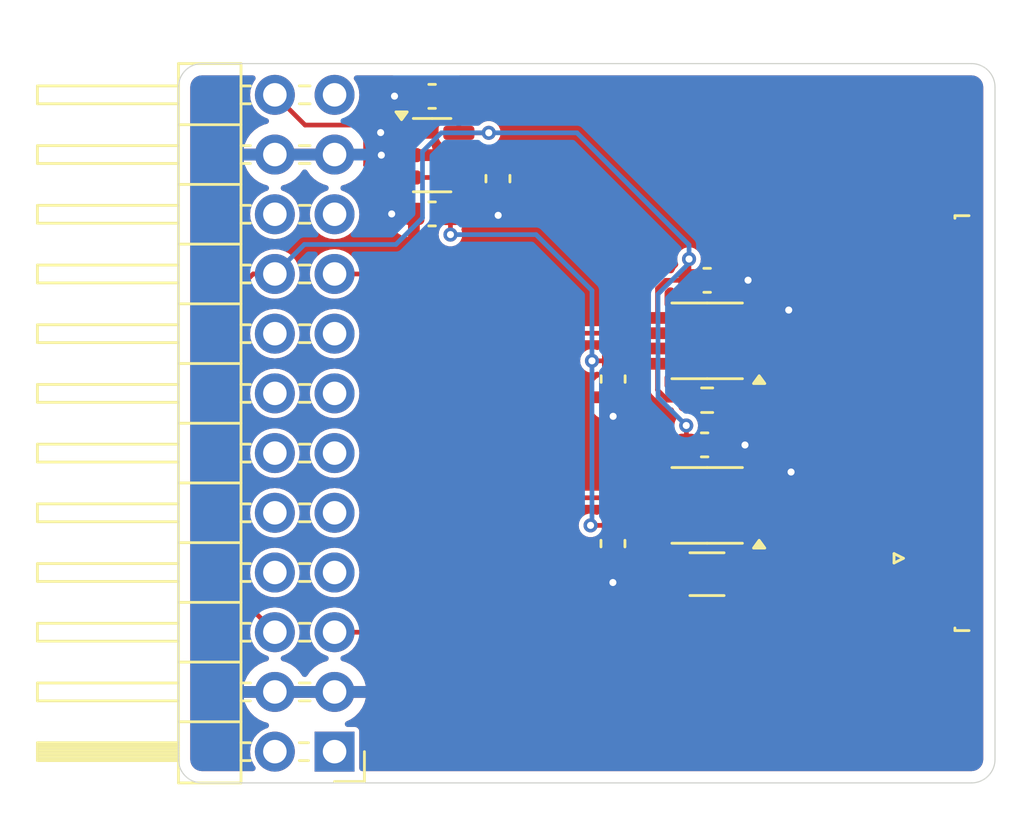
<source format=kicad_pcb>
(kicad_pcb (version 20240703) (generator "pcbnew") (generator_version "8.99")
  (layers (0 "F.Cu" signal) (1 "In1.Cu" signal) (2 "In2.Cu" signal) (31 "B.Cu" signal) (34 "B.Paste" user) (35 "F.Paste" user) (36 "B.SilkS" user "B.Silkscreen") (37 "F.SilkS" user "F.Silkscreen") (38 "B.Mask" user) (39 "F.Mask" user) (44 "Edge.Cuts" user))
  (net 0 "")
  (net 1 "VIN")
  (net 2 "/IN0+")
  (net 3 "GND")
  (net 4 "/IN6+")
  (net 5 "/A0")
  (net 6 "/SCL{slash}A5")
  (net 7 "/SDA{slash}A4")
  (net 8 "/VREF")
  (net 9 "Net-(U4-OUT_S)")
  (net 10 "Net-(J2-Pin_6)")
  (net 11 "Net-(J2-Pin_5)")
  (net 12 "Net-(J2-Pin_20)")
  (net 13 "Net-(J2-Pin_19)")
  (net 14 "Net-(R1-Pad2)")
  (net 15 "Net-(R1-Pad1)")
  (net 16 "Net-(R2-Pad1)")
  (net 17 "Net-(R2-Pad2)")
  (footprint "Capacitor_SMD:C_0603_1608Metric" (layer "F.Cu") (at 122.6 79.6 -90)
    (property "Reference" "C6" (hide yes))
    (property "Value" "10uF")
    (fp_line (start -0.14058 0.51) (end 0.14058 0.51) (stroke (width 0.12)) (layer "F.SilkS"))
    (fp_line (start -0.14058 -0.51) (end 0.14058 -0.51) (stroke (width 0.12)) (layer "F.SilkS"))
    (pad "1" smd roundrect (at -0.775 0 270) (size 0.9 0.95) (layers "F.Cu" "F.Paste" "F.Mask") (net 9 "Net-(U4-OUT_S)"))
    (pad "2" smd roundrect (at 0.775 0 270) (size 0.9 0.95) (layers "F.Cu" "F.Paste" "F.Mask") (net 3 "GND"))
  )
  (footprint "Capacitor_SMD:C_0603_1608Metric" (layer "F.Cu") (at 131.5 83.925)
    (property "Reference" "C4" (hide yes))
    (property "Value" "10uF")
    (fp_line (start -0.14058 -0.51) (end 0.14058 -0.51) (stroke (width 0.12)) (layer "F.SilkS"))
    (fp_line (start -0.14058 0.51) (end 0.14058 0.51) (stroke (width 0.12)) (layer "F.SilkS"))
    (pad "1" smd roundrect (at -0.775 0) (size 0.9 0.95) (layers "F.Cu" "F.Paste" "F.Mask") (net 8 "/VREF"))
    (pad "2" smd roundrect (at 0.775 0) (size 0.9 0.95) (layers "F.Cu" "F.Paste" "F.Mask") (net 3 "GND"))
  )
  (footprint "Package_TO_SOT_SMD:SOT-23-6" (layer "F.Cu") (at 119.8 78.6)
    (property "Reference" "U4" (hide yes))
    (property "Value" "REF35120QDBVR")
    (fp_line (start 0 -1.56) (end -0.8 -1.56) (stroke (width 0.12)) (layer "F.SilkS"))
    (fp_line (start 0 -1.56) (end 0.8 -1.56) (stroke (width 0.12)) (layer "F.SilkS"))
    (fp_line (start 0 1.56) (end -0.8 1.56) (stroke (width 0.12)) (layer "F.SilkS"))
    (fp_line (start 0 1.56) (end 0.8 1.56) (stroke (width 0.12)) (layer "F.SilkS"))
    (fp_poly (pts (xy -1.3 -1.51) (xy -1.54 -1.84) (xy -1.06 -1.84) (xy -1.3 -1.51)) (stroke (width 0.12)) (fill solid) (layer "F.SilkS"))
    (pad "1" smd roundrect (at -1.1375 -0.95) (size 1.325 0.6) (layers "F.Cu" "F.Paste" "F.Mask") (net 3 "GND"))
    (pad "2" smd roundrect (at -1.1375 0) (size 1.325 0.6) (layers "F.Cu" "F.Paste" "F.Mask") (net 3 "GND"))
    (pad "3" smd roundrect (at -1.1375 0.95) (size 1.325 0.6) (layers "F.Cu" "F.Paste" "F.Mask") (net 1 "VIN"))
    (pad "4" smd roundrect (at 1.1375 0.95) (size 1.325 0.6) (layers "F.Cu" "F.Paste" "F.Mask") (net 1 "VIN"))
    (pad "5" smd roundrect (at 1.1375 0) (size 1.325 0.6) (layers "F.Cu" "F.Paste" "F.Mask") (net 9 "Net-(U4-OUT_S)"))
    (pad "6" smd roundrect (at 1.1375 -0.95) (size 1.325 0.6) (layers "F.Cu" "F.Paste" "F.Mask") (net 8 "/VREF"))
  )
  (footprint "Package_SO:VSSOP-8_3x3mm_P0.65mm" (layer "F.Cu") (at 131.5 93.5 180)
    (property "Reference" "U1" (hide yes))
    (property "Value" "INA333xxDGK")
    (fp_line (start 0 1.61) (end 1.5 1.61) (stroke (width 0.12)) (layer "F.SilkS"))
    (fp_line (start 0 1.61) (end -1.5 1.61) (stroke (width 0.12)) (layer "F.SilkS"))
    (fp_line (start 0 -1.61) (end 1.5 -1.61) (stroke (width 0.12)) (layer "F.SilkS"))
    (fp_line (start 0 -1.61) (end -1.5 -1.61) (stroke (width 0.12)) (layer "F.SilkS"))
    (fp_poly (pts (xy -2.2125 -1.485) (xy -2.4525 -1.815) (xy -1.9725 -1.815) (xy -2.2125 -1.485)) (stroke (width 0.12)) (fill solid) (layer "F.SilkS"))
    (pad "1" smd roundrect (at -2.1125 -0.975 180) (size 1.625 0.5) (layers "F.Cu" "F.Paste" "F.Mask") (net 15 "Net-(R1-Pad1)"))
    (pad "2" smd roundrect (at -2.1125 -0.325 180) (size 1.625 0.5) (layers "F.Cu" "F.Paste" "F.Mask") (net 11 "Net-(J2-Pin_5)"))
    (pad "3" smd roundrect (at -2.1125 0.325 180) (size 1.625 0.5) (layers "F.Cu" "F.Paste" "F.Mask") (net 10 "Net-(J2-Pin_6)"))
    (pad "4" smd roundrect (at -2.1125 0.975 180) (size 1.625 0.5) (layers "F.Cu" "F.Paste" "F.Mask") (net 3 "GND"))
    (pad "5" smd roundrect (at 2.1125 0.975 180) (size 1.625 0.5) (layers "F.Cu" "F.Paste" "F.Mask") (net 8 "/VREF"))
    (pad "6" smd roundrect (at 2.1125 0.325 180) (size 1.625 0.5) (layers "F.Cu" "F.Paste" "F.Mask") (net 2 "/IN0+"))
    (pad "7" smd roundrect (at 2.1125 -0.325 180) (size 1.625 0.5) (layers "F.Cu" "F.Paste" "F.Mask") (net 1 "VIN"))
    (pad "8" smd roundrect (at 2.1125 -0.975 180) (size 1.625 0.5) (layers "F.Cu" "F.Paste" "F.Mask") (net 14 "Net-(R1-Pad2)"))
  )
  (footprint "Resistor_SMD:R_1206_3216Metric" (layer "F.Cu") (at 131.4925 96.425 180)
    (property "Reference" "R1" (hide yes))
    (property "Value" "100R")
    (fp_line (start -0.727064 0.91) (end 0.727064 0.91) (stroke (width 0.12)) (layer "F.SilkS"))
    (fp_line (start -0.727064 -0.91) (end 0.727064 -0.91) (stroke (width 0.12)) (layer "F.SilkS"))
    (pad "1" smd roundrect (at -1.4625 0 180) (size 1.125 1.75) (layers "F.Cu" "F.Paste" "F.Mask") (roundrect_rratio 0.222222) (net 15 "Net-(R1-Pad1)"))
    (pad "2" smd roundrect (at 1.4625 0 180) (size 1.125 1.75) (layers "F.Cu" "F.Paste" "F.Mask") (roundrect_rratio 0.222222) (net 14 "Net-(R1-Pad2)"))
  )
  (footprint "Capacitor_SMD:C_0603_1608Metric" (layer "F.Cu") (at 119.8 81.1 180)
    (property "Reference" "C5" (hide yes))
    (property "Value" "10uF")
    (fp_line (start -0.14058 0.51) (end 0.14058 0.51) (stroke (width 0.12)) (layer "F.SilkS"))
    (fp_line (start -0.14058 -0.51) (end 0.14058 -0.51) (stroke (width 0.12)) (layer "F.SilkS"))
    (pad "1" smd roundrect (at -0.775 0 180) (size 0.9 0.95) (layers "F.Cu" "F.Paste" "F.Mask") (net 1 "VIN"))
    (pad "2" smd roundrect (at 0.775 0 180) (size 0.9 0.95) (layers "F.Cu" "F.Paste" "F.Mask") (net 3 "GND"))
  )
  (footprint "Package_SO:VSSOP-8_3x3mm_P0.65mm" (layer "F.Cu") (at 131.5 86.5 180)
    (property "Reference" "U2" (hide yes))
    (property "Value" "INA333xxDGK")
    (fp_line (start 0 1.61) (end 1.5 1.61) (stroke (width 0.12)) (layer "F.SilkS"))
    (fp_line (start 0 1.61) (end -1.5 1.61) (stroke (width 0.12)) (layer "F.SilkS"))
    (fp_line (start 0 -1.61) (end 1.5 -1.61) (stroke (width 0.12)) (layer "F.SilkS"))
    (fp_line (start 0 -1.61) (end -1.5 -1.61) (stroke (width 0.12)) (layer "F.SilkS"))
    (fp_poly (pts (xy -2.2125 -1.485) (xy -2.4525 -1.815) (xy -1.9725 -1.815) (xy -2.2125 -1.485)) (stroke (width 0.12)) (fill solid) (layer "F.SilkS"))
    (pad "1" smd roundrect (at -2.1125 -0.975 180) (size 1.625 0.5) (layers "F.Cu" "F.Paste" "F.Mask") (net 16 "Net-(R2-Pad1)"))
    (pad "2" smd roundrect (at -2.1125 -0.325 180) (size 1.625 0.5) (layers "F.Cu" "F.Paste" "F.Mask") (net 13 "Net-(J2-Pin_19)"))
    (pad "3" smd roundrect (at -2.1125 0.325 180) (size 1.625 0.5) (layers "F.Cu" "F.Paste" "F.Mask") (net 12 "Net-(J2-Pin_20)"))
    (pad "4" smd roundrect (at -2.1125 0.975 180) (size 1.625 0.5) (layers "F.Cu" "F.Paste" "F.Mask") (net 3 "GND"))
    (pad "5" smd roundrect (at 2.1125 0.975 180) (size 1.625 0.5) (layers "F.Cu" "F.Paste" "F.Mask") (net 8 "/VREF"))
    (pad "6" smd roundrect (at 2.1125 0.325 180) (size 1.625 0.5) (layers "F.Cu" "F.Paste" "F.Mask") (net 4 "/IN6+"))
    (pad "7" smd roundrect (at 2.1125 -0.325 180) (size 1.625 0.5) (layers "F.Cu" "F.Paste" "F.Mask") (net 1 "VIN"))
    (pad "8" smd roundrect (at 2.1125 -0.975 180) (size 1.625 0.5) (layers "F.Cu" "F.Paste" "F.Mask") (net 17 "Net-(R2-Pad2)"))
  )
  (footprint "Capacitor_SMD:C_0603_1608Metric" (layer "F.Cu") (at 131.3925 90.925)
    (property "Reference" "C2" (hide yes))
    (property "Value" "10uF")
    (fp_line (start -0.14058 -0.51) (end 0.14058 -0.51) (stroke (width 0.12)) (layer "F.SilkS"))
    (fp_line (start -0.14058 0.51) (end 0.14058 0.51) (stroke (width 0.12)) (layer "F.SilkS"))
    (pad "1" smd roundrect (at -0.775 0) (size 0.9 0.95) (layers "F.Cu" "F.Paste" "F.Mask") (net 8 "/VREF"))
    (pad "2" smd roundrect (at 0.775 0) (size 0.9 0.95) (layers "F.Cu" "F.Paste" "F.Mask") (net 3 "GND"))
  )
  (footprint "Capacitor_SMD:C_0603_1608Metric" (layer "F.Cu") (at 127.5 88.125 -90)
    (property "Reference" "C3" (hide yes))
    (property "Value" "10uF")
    (fp_line (start -0.14058 0.51) (end 0.14058 0.51) (stroke (width 0.12)) (layer "F.SilkS"))
    (fp_line (start -0.14058 -0.51) (end 0.14058 -0.51) (stroke (width 0.12)) (layer "F.SilkS"))
    (pad "1" smd roundrect (at -0.775 0 270) (size 0.9 0.95) (layers "F.Cu" "F.Paste" "F.Mask") (net 1 "VIN"))
    (pad "2" smd roundrect (at 0.775 0 270) (size 0.9 0.95) (layers "F.Cu" "F.Paste" "F.Mask") (net 3 "GND"))
  )
  (footprint "hlord2000-Connector_FFC-FPC:0.5K-AS-24PWB_1x24-1MP_P0.5mm_Horizontal" (layer "F.Cu") (at 140 90 90)
    (property "Reference" "J2" (hide yes))
    (property "Value" "Conn_01x24_MountingPin")
    (fp_line (start -5.55 -0.55) (end -5.95 -0.55) (stroke (width 0.12)) (layer "F.SilkS"))
    (fp_line (start -5.95 -0.55) (end -5.75 -0.15) (stroke (width 0.12)) (layer "F.SilkS"))
    (fp_line (start -5.75 -0.15) (end -5.55 -0.55) (stroke (width 0.12)) (layer "F.SilkS"))
    (fp_line (start 8.825 2.04) (end 8.825 2.64) (stroke (width 0.12)) (layer "F.SilkS"))
    (fp_line (start 8.715 2.04) (end 8.825 2.04) (stroke (width 0.12)) (layer "F.SilkS"))
    (fp_line (start -8.715 2.04) (end -8.825 2.04) (stroke (width 0.12)) (layer "F.SilkS"))
    (fp_line (start -8.825 2.04) (end -8.825 2.64) (stroke (width 0.12)) (layer "F.SilkS"))
    (pad "1" smd rect (at -5.75 -1.35 90) (size 0.3 1.25) (layers "F.Cu" "F.Paste" "F.Mask") (net 3 "GND"))
    (pad "2" smd rect (at -5.25 -1.35 90) (size 0.3 1.25) (layers "F.Cu" "F.Paste" "F.Mask") (net 3 "GND"))
    (pad "3" smd rect (at -4.75 -1.35 90) (size 0.3 1.25) (layers "F.Cu" "F.Paste" "F.Mask") (net 3 "GND"))
    (pad "4" smd rect (at -4.25 -1.35 90) (size 0.3 1.25) (layers "F.Cu" "F.Paste" "F.Mask") (net 3 "GND"))
    (pad "5" smd rect (at -3.75 -1.35 90) (size 0.3 1.25) (layers "F.Cu" "F.Paste" "F.Mask") (net 11 "Net-(J2-Pin_5)"))
    (pad "6" smd rect (at -3.25 -1.35 90) (size 0.3 1.25) (layers "F.Cu" "F.Paste" "F.Mask") (net 10 "Net-(J2-Pin_6)"))
    (pad "7" smd rect (at -2.75 -1.35 90) (size 0.3 1.25) (layers "F.Cu" "F.Paste" "F.Mask"))
    (pad "8" smd rect (at -2.25 -1.35 90) (size 0.3 1.25) (layers "F.Cu" "F.Paste" "F.Mask"))
    (pad "9" smd rect (at -1.75 -1.35 90) (size 0.3 1.25) (layers "F.Cu" "F.Paste" "F.Mask"))
    (pad "10" smd rect (at -1.25 -1.35 90) (size 0.3 1.25) (layers "F.Cu" "F.Paste" "F.Mask"))
    (pad "11" smd rect (at -0.75 -1.35 90) (size 0.3 1.25) (layers "F.Cu" "F.Paste" "F.Mask"))
    (pad "12" smd rect (at -0.25 -1.35 90) (size 0.3 1.25) (layers "F.Cu" "F.Paste" "F.Mask"))
    (pad "13" smd rect (at 0.25 -1.35 90) (size 0.3 1.25) (layers "F.Cu" "F.Paste" "F.Mask"))
    (pad "14" smd rect (at 0.75 -1.35 90) (size 0.3 1.25) (layers "F.Cu" "F.Paste" "F.Mask"))
    (pad "15" smd rect (at 1.25 -1.35 90) (size 0.3 1.25) (layers "F.Cu" "F.Paste" "F.Mask"))
    (pad "16" smd rect (at 1.75 -1.35 90) (size 0.3 1.25) (layers "F.Cu" "F.Paste" "F.Mask"))
    (pad "17" smd rect (at 2.25 -1.35 90) (size 0.3 1.25) (layers "F.Cu" "F.Paste" "F.Mask"))
    (pad "18" smd rect (at 2.75 -1.35 90) (size 0.3 1.25) (layers "F.Cu" "F.Paste" "F.Mask"))
    (pad "19" smd rect (at 3.25 -1.35 90) (size 0.3 1.25) (layers "F.Cu" "F.Paste" "F.Mask") (net 13 "Net-(J2-Pin_19)"))
    (pad "20" smd rect (at 3.75 -1.35 90) (size 0.3 1.25) (layers "F.Cu" "F.Paste" "F.Mask") (net 12 "Net-(J2-Pin_20)"))
    (pad "21" smd rect (at 4.25 -1.35 90) (size 0.3 1.25) (layers "F.Cu" "F.Paste" "F.Mask") (net 3 "GND"))
    (pad "22" smd rect (at 4.75 -1.35 90) (size 0.3 1.25) (layers "F.Cu" "F.Paste" "F.Mask") (net 3 "GND"))
    (pad "23" smd rect (at 5.25 -1.35 90) (size 0.3 1.25) (layers "F.Cu" "F.Paste" "F.Mask") (net 3 "GND"))
    (pad "24" smd rect (at 5.75 -1.35 90) (size 0.3 1.25) (layers "F.Cu" "F.Paste" "F.Mask") (net 3 "GND"))
    (pad "MP" smd rect (at -7.29 0.975 90) (size 2 3) (layers "F.Cu" "F.Paste" "F.Mask") (net 3 "GND"))
    (pad "MP" smd rect (at 7.29 0.975 90) (size 2 3) (layers "F.Cu" "F.Paste" "F.Mask") (net 3 "GND"))
  )
  (footprint "Capacitor_SMD:C_0603_1608Metric" (layer "F.Cu") (at 119.8 76.1 180)
    (property "Reference" "C7" (hide yes))
    (property "Value" "10uF")
    (fp_line (start -0.14058 0.51) (end 0.14058 0.51) (stroke (width 0.12)) (layer "F.SilkS"))
    (fp_line (start -0.14058 -0.51) (end 0.14058 -0.51) (stroke (width 0.12)) (layer "F.SilkS"))
    (pad "1" smd roundrect (at -0.775 0 180) (size 0.9 0.95) (layers "F.Cu" "F.Paste" "F.Mask") (net 8 "/VREF"))
    (pad "2" smd roundrect (at 0.775 0 180) (size 0.9 0.95) (layers "F.Cu" "F.Paste" "F.Mask") (net 3 "GND"))
  )
  (footprint "Resistor_SMD:R_0603_1608Metric" (layer "F.Cu") (at 131.5 89.025 180)
    (property "Reference" "R2" (hide yes))
    (property "Value" "470R")
    (fp_line (start -0.237258 0.5225) (end 0.237258 0.5225) (stroke (width 0.12)) (layer "F.SilkS"))
    (fp_line (start -0.237258 -0.5225) (end 0.237258 -0.5225) (stroke (width 0.12)) (layer "F.SilkS"))
    (pad "1" smd roundrect (at -0.825 0 180) (size 0.8 0.95) (layers "F.Cu" "F.Paste" "F.Mask") (net 16 "Net-(R2-Pad1)"))
    (pad "2" smd roundrect (at 0.825 0 180) (size 0.8 0.95) (layers "F.Cu" "F.Paste" "F.Mask") (net 17 "Net-(R2-Pad2)"))
  )
  (footprint "Capacitor_SMD:C_0603_1608Metric" (layer "F.Cu") (at 127.4925 95.125 -90)
    (property "Reference" "C1" (hide yes))
    (property "Value" "10uF")
    (fp_line (start -0.14058 0.51) (end 0.14058 0.51) (stroke (width 0.12)) (layer "F.SilkS"))
    (fp_line (start -0.14058 -0.51) (end 0.14058 -0.51) (stroke (width 0.12)) (layer "F.SilkS"))
    (pad "1" smd roundrect (at -0.775 0 270) (size 0.9 0.95) (layers "F.Cu" "F.Paste" "F.Mask") (net 1 "VIN"))
    (pad "2" smd roundrect (at 0.775 0 270) (size 0.9 0.95) (layers "F.Cu" "F.Paste" "F.Mask") (net 3 "GND"))
  )
  (footprint "Connector_PinHeader_2.54mm:PinHeader_2x12_P2.54mm_Horizontal" (layer "F.Cu") (at 115.65 103.975 180)
    (property "Reference" "J1" (hide yes))
    (property "Value" "Conn_02x12_Odd_Even")
    (fp_line (start 12.64 28.32) (end 6.64 28.32) (stroke (width 0.12)) (layer "F.SilkS"))
    (fp_line (start 12.64 27.56) (end 12.64 28.32) (stroke (width 0.12)) (layer "F.SilkS"))
    (fp_line (start 12.64 25.78) (end 6.64 25.78) (stroke (width 0.12)) (layer "F.SilkS"))
    (fp_line (start 12.64 25.02) (end 12.64 25.78) (stroke (width 0.12)) (layer "F.SilkS"))
    (fp_line (start 12.64 23.24) (end 6.64 23.24) (stroke (width 0.12)) (layer "F.SilkS"))
    (fp_line (start 12.64 22.48) (end 12.64 23.24) (stroke (width 0.12)) (layer "F.SilkS"))
    (fp_line (start 12.64 20.7) (end 6.64 20.7) (stroke (width 0.12)) (layer "F.SilkS"))
    (fp_line (start 12.64 19.94) (end 12.64 20.7) (stroke (width 0.12)) (layer "F.SilkS"))
    (fp_line (start 12.64 18.16) (end 6.64 18.16) (stroke (width 0.12)) (layer "F.SilkS"))
    (fp_line (start 12.64 17.4) (end 12.64 18.16) (stroke (width 0.12)) (layer "F.SilkS"))
    (fp_line (start 12.64 15.62) (end 6.64 15.62) (stroke (width 0.12)) (layer "F.SilkS"))
    (fp_line (start 12.64 14.86) (end 12.64 15.62) (stroke (width 0.12)) (layer "F.SilkS"))
    (fp_line (start 12.64 13.08) (end 6.64 13.08) (stroke (width 0.12)) (layer "F.SilkS"))
    (fp_line (start 12.64 12.32) (end 12.64 13.08) (stroke (width 0.12)) (layer "F.SilkS"))
    (fp_line (start 12.64 10.54) (end 6.64 10.54) (stroke (width 0.12)) (layer "F.SilkS"))
    (fp_line (start 12.64 9.78) (end 12.64 10.54) (stroke (width 0.12)) (layer "F.SilkS"))
    (fp_line (start 12.64 8) (end 6.64 8) (stroke (width 0.12)) (layer "F.SilkS"))
    (fp_line (start 12.64 7.24) (end 12.64 8) (stroke (width 0.12)) (layer "F.SilkS"))
    (fp_line (start 12.64 5.46) (end 6.64 5.46) (stroke (width 0.12)) (layer "F.SilkS"))
    (fp_line (start 12.64 4.7) (end 12.64 5.46) (stroke (width 0.12)) (layer "F.SilkS"))
    (fp_line (start 12.64 2.92) (end 6.64 2.92) (stroke (width 0.12)) (layer "F.SilkS"))
    (fp_line (start 12.64 2.16) (end 12.64 2.92) (stroke (width 0.12)) (layer "F.SilkS"))
    (fp_line (start 12.64 0.38) (end 6.64 0.38) (stroke (width 0.12)) (layer "F.SilkS"))
    (fp_line (start 12.64 -0.38) (end 12.64 0.38) (stroke (width 0.12)) (layer "F.SilkS"))
    (fp_line (start 6.64 29.27) (end 6.64 -1.33) (stroke (width 0.12)) (layer "F.SilkS"))
    (fp_line (start 6.64 27.56) (end 12.64 27.56) (stroke (width 0.12)) (layer "F.SilkS"))
    (fp_line (start 6.64 25.02) (end 12.64 25.02) (stroke (width 0.12)) (layer "F.SilkS"))
    (fp_line (start 6.64 22.48) (end 12.64 22.48) (stroke (width 0.12)) (layer "F.SilkS"))
    (fp_line (start 6.64 19.94) (end 12.64 19.94) (stroke (width 0.12)) (layer "F.SilkS"))
    (fp_line (start 6.64 17.4) (end 12.64 17.4) (stroke (width 0.12)) (layer "F.SilkS"))
    (fp_line (start 6.64 14.86) (end 12.64 14.86) (stroke (width 0.12)) (layer "F.SilkS"))
    (fp_line (start 6.64 12.32) (end 12.64 12.32) (stroke (width 0.12)) (layer "F.SilkS"))
    (fp_line (start 6.64 9.78) (end 12.64 9.78) (stroke (width 0.12)) (layer "F.SilkS"))
    (fp_line (start 6.64 7.24) (end 12.64 7.24) (stroke (width 0.12)) (layer "F.SilkS"))
    (fp_line (start 6.64 4.7) (end 12.64 4.7) (stroke (width 0.12)) (layer "F.SilkS"))
    (fp_line (start 6.64 2.16) (end 12.64 2.16) (stroke (width 0.12)) (layer "F.SilkS"))
    (fp_line (start 6.64 0.28) (end 12.64 0.28) (stroke (width 0.12)) (layer "F.SilkS"))
    (fp_line (start 6.64 0.16) (end 12.64 0.16) (stroke (width 0.12)) (layer "F.SilkS"))
    (fp_line (start 6.64 0.04) (end 12.64 0.04) (stroke (width 0.12)) (layer "F.SilkS"))
    (fp_line (start 6.64 -0.08) (end 12.64 -0.08) (stroke (width 0.12)) (layer "F.SilkS"))
    (fp_line (start 6.64 -0.2) (end 12.64 -0.2) (stroke (width 0.12)) (layer "F.SilkS"))
    (fp_line (start 6.64 -0.32) (end 12.64 -0.32) (stroke (width 0.12)) (layer "F.SilkS"))
    (fp_line (start 6.64 -0.38) (end 12.64 -0.38) (stroke (width 0.12)) (layer "F.SilkS"))
    (fp_line (start 6.64 -1.33) (end 3.98 -1.33) (stroke (width 0.12)) (layer "F.SilkS"))
    (fp_line (start 3.98 29.27) (end 6.64 29.27) (stroke (width 0.12)) (layer "F.SilkS"))
    (fp_line (start 3.98 26.67) (end 6.64 26.67) (stroke (width 0.12)) (layer "F.SilkS"))
    (fp_line (start 3.98 24.13) (end 6.64 24.13) (stroke (width 0.12)) (layer "F.SilkS"))
    (fp_line (start 3.98 21.59) (end 6.64 21.59) (stroke (width 0.12)) (layer "F.SilkS"))
    (fp_line (start 3.98 19.05) (end 6.64 19.05) (stroke (width 0.12)) (layer "F.SilkS"))
    (fp_line (start 3.98 16.51) (end 6.64 16.51) (stroke (width 0.12)) (layer "F.SilkS"))
    (fp_line (start 3.98 13.97) (end 6.64 13.97) (stroke (width 0.12)) (layer "F.SilkS"))
    (fp_line (start 3.98 11.43) (end 6.64 11.43) (stroke (width 0.12)) (layer "F.SilkS"))
    (fp_line (start 3.98 8.89) (end 6.64 8.89) (stroke (width 0.12)) (layer "F.SilkS"))
    (fp_line (start 3.98 6.35) (end 6.64 6.35) (stroke (width 0.12)) (layer "F.SilkS"))
    (fp_line (start 3.98 3.81) (end 6.64 3.81) (stroke (width 0.12)) (layer "F.SilkS"))
    (fp_line (start 3.98 1.27) (end 6.64 1.27) (stroke (width 0.12)) (layer "F.SilkS"))
    (fp_line (start 3.98 -1.33) (end 3.98 29.27) (stroke (width 0.12)) (layer "F.SilkS"))
    (fp_line (start 3.582929 28.32) (end 3.98 28.32) (stroke (width 0.12)) (layer "F.SilkS"))
    (fp_line (start 3.582929 27.56) (end 3.98 27.56) (stroke (width 0.12)) (layer "F.SilkS"))
    (fp_line (start 3.582929 25.78) (end 3.98 25.78) (stroke (width 0.12)) (layer "F.SilkS"))
    (fp_line (start 3.582929 25.02) (end 3.98 25.02) (stroke (width 0.12)) (layer "F.SilkS"))
    (fp_line (start 3.582929 23.24) (end 3.98 23.24) (stroke (width 0.12)) (layer "F.SilkS"))
    (fp_line (start 3.582929 22.48) (end 3.98 22.48) (stroke (width 0.12)) (layer "F.SilkS"))
    (fp_line (start 3.582929 20.7) (end 3.98 20.7) (stroke (width 0.12)) (layer "F.SilkS"))
    (fp_line (start 3.582929 19.94) (end 3.98 19.94) (stroke (width 0.12)) (layer "F.SilkS"))
    (fp_line (start 3.582929 18.16) (end 3.98 18.16) (stroke (width 0.12)) (layer "F.SilkS"))
    (fp_line (start 3.582929 17.4) (end 3.98 17.4) (stroke (width 0.12)) (layer "F.SilkS"))
    (fp_line (start 3.582929 15.62) (end 3.98 15.62) (stroke (width 0.12)) (layer "F.SilkS"))
    (fp_line (start 3.582929 14.86) (end 3.98 14.86) (stroke (width 0.12)) (layer "F.SilkS"))
    (fp_line (start 3.582929 13.08) (end 3.98 13.08) (stroke (width 0.12)) (layer "F.SilkS"))
    (fp_line (start 3.582929 12.32) (end 3.98 12.32) (stroke (width 0.12)) (layer "F.SilkS"))
    (fp_line (start 3.582929 10.54) (end 3.98 10.54) (stroke (width 0.12)) (layer "F.SilkS"))
    (fp_line (start 3.582929 9.78) (end 3.98 9.78) (stroke (width 0.12)) (layer "F.SilkS"))
    (fp_line (start 3.582929 8) (end 3.98 8) (stroke (width 0.12)) (layer "F.SilkS"))
    (fp_line (start 3.582929 7.24) (end 3.98 7.24) (stroke (width 0.12)) (layer "F.SilkS"))
    (fp_line (start 3.582929 5.46) (end 3.98 5.46) (stroke (width 0.12)) (layer "F.SilkS"))
    (fp_line (start 3.582929 4.7) (end 3.98 4.7) (stroke (width 0.12)) (layer "F.SilkS"))
    (fp_line (start 3.582929 2.92) (end 3.98 2.92) (stroke (width 0.12)) (layer "F.SilkS"))
    (fp_line (start 3.582929 2.16) (end 3.98 2.16) (stroke (width 0.12)) (layer "F.SilkS"))
    (fp_line (start 3.582929 0.38) (end 3.98 0.38) (stroke (width 0.12)) (layer "F.SilkS"))
    (fp_line (start 3.582929 -0.38) (end 3.98 -0.38) (stroke (width 0.12)) (layer "F.SilkS"))
    (fp_line (start 1.11 0.38) (end 1.497071 0.38) (stroke (width 0.12)) (layer "F.SilkS"))
    (fp_line (start 1.11 -0.38) (end 1.497071 -0.38) (stroke (width 0.12)) (layer "F.SilkS"))
    (fp_line (start 1.042929 28.32) (end 1.497071 28.32) (stroke (width 0.12)) (layer "F.SilkS"))
    (fp_line (start 1.042929 27.56) (end 1.497071 27.56) (stroke (width 0.12)) (layer "F.SilkS"))
    (fp_line (start 1.042929 25.78) (end 1.497071 25.78) (stroke (width 0.12)) (layer "F.SilkS"))
    (fp_line (start 1.042929 25.02) (end 1.497071 25.02) (stroke (width 0.12)) (layer "F.SilkS"))
    (fp_line (start 1.042929 23.24) (end 1.497071 23.24) (stroke (width 0.12)) (layer "F.SilkS"))
    (fp_line (start 1.042929 22.48) (end 1.497071 22.48) (stroke (width 0.12)) (layer "F.SilkS"))
    (fp_line (start 1.042929 20.7) (end 1.497071 20.7) (stroke (width 0.12)) (layer "F.SilkS"))
    (fp_line (start 1.042929 19.94) (end 1.497071 19.94) (stroke (width 0.12)) (layer "F.SilkS"))
    (fp_line (start 1.042929 18.16) (end 1.497071 18.16) (stroke (width 0.12)) (layer "F.SilkS"))
    (fp_line (start 1.042929 17.4) (end 1.497071 17.4) (stroke (width 0.12)) (layer "F.SilkS"))
    (fp_line (start 1.042929 15.62) (end 1.497071 15.62) (stroke (width 0.12)) (layer "F.SilkS"))
    (fp_line (start 1.042929 14.86) (end 1.497071 14.86) (stroke (width 0.12)) (layer "F.SilkS"))
    (fp_line (start 1.042929 13.08) (end 1.497071 13.08) (stroke (width 0.12)) (layer "F.SilkS"))
    (fp_line (start 1.042929 12.32) (end 1.497071 12.32) (stroke (width 0.12)) (layer "F.SilkS"))
    (fp_line (start 1.042929 10.54) (end 1.497071 10.54) (stroke (width 0.12)) (layer "F.SilkS"))
    (fp_line (start 1.042929 9.78) (end 1.497071 9.78) (stroke (width 0.12)) (layer "F.SilkS"))
    (fp_line (start 1.042929 8) (end 1.497071 8) (stroke (width 0.12)) (layer "F.SilkS"))
    (fp_line (start 1.042929 7.24) (end 1.497071 7.24) (stroke (width 0.12)) (layer "F.SilkS"))
    (fp_line (start 1.042929 5.46) (end 1.497071 5.46) (stroke (width 0.12)) (layer "F.SilkS"))
    (fp_line (start 1.042929 4.7) (end 1.497071 4.7) (stroke (width 0.12)) (layer "F.SilkS"))
    (fp_line (start 1.042929 2.92) (end 1.497071 2.92) (stroke (width 0.12)) (layer "F.SilkS"))
    (fp_line (start 1.042929 2.16) (end 1.497071 2.16) (stroke (width 0.12)) (layer "F.SilkS"))
    (fp_line (start -1.27 0) (end -1.27 -1.27) (stroke (width 0.12)) (layer "F.SilkS"))
    (fp_line (start -1.27 -1.27) (end 0 -1.27) (stroke (width 0.12)) (layer "F.SilkS"))
    (pad "1" thru_hole rect (at 0 0 180) (size 1.7 1.7) (drill 1) (layers "*.Cu" "*.Mask") (net 7 "/SDA{slash}A4"))
    (pad "2" thru_hole oval (at 2.54 0 180) (size 1.7 1.7) (drill 1) (layers "*.Cu" "*.Mask") (net 6 "/SCL{slash}A5"))
    (pad "3" thru_hole oval (at 0 2.54 180) (size 1.7 1.7) (drill 1) (layers "*.Cu" "*.Mask") (net 3 "GND"))
    (pad "4" thru_hole oval (at 2.54 2.54 180) (size 1.7 1.7) (drill 1) (layers "*.Cu" "*.Mask") (net 3 "GND"))
    (pad "5" thru_hole oval (at 0 5.08 180) (size 1.7 1.7) (drill 1) (layers "*.Cu" "*.Mask") (net 2 "/IN0+"))
    (pad "6" thru_hole oval (at 2.54 5.08 180) (size 1.7 1.7) (drill 1) (layers "*.Cu" "*.Mask") (net 8 "/VREF"))
    (pad "7" thru_hole oval (at 0 7.62 180) (size 1.7 1.7) (drill 1) (layers "*.Cu" "*.Mask"))
    (pad "8" thru_hole oval (at 2.54 7.62 180) (size 1.7 1.7) (drill 1) (layers "*.Cu" "*.Mask"))
    (pad "9" thru_hole oval (at 0 10.16 180) (size 1.7 1.7) (drill 1) (layers "*.Cu" "*.Mask"))
    (pad "10" thru_hole oval (at 2.54 10.16 180) (size 1.7 1.7) (drill 1) (layers "*.Cu" "*.Mask"))
    (pad "11" thru_hole oval (at 0 12.7 180) (size 1.7 1.7) (drill 1) (layers "*.Cu" "*.Mask"))
    (pad "12" thru_hole oval (at 2.54 12.7 180) (size 1.7 1.7) (drill 1) (layers "*.Cu" "*.Mask"))
    (pad "13" thru_hole oval (at 0 15.24 180) (size 1.7 1.7) (drill 1) (layers "*.Cu" "*.Mask"))
    (pad "14" thru_hole oval (at 2.54 15.24 180) (size 1.7 1.7) (drill 1) (layers "*.Cu" "*.Mask"))
    (pad "15" thru_hole oval (at 0 17.78 180) (size 1.7 1.7) (drill 1) (layers "*.Cu" "*.Mask"))
    (pad "16" thru_hole oval (at 2.54 17.78 180) (size 1.7 1.7) (drill 1) (layers "*.Cu" "*.Mask"))
    (pad "17" thru_hole oval (at 0 20.32 180) (size 1.7 1.7) (drill 1) (layers "*.Cu" "*.Mask") (net 4 "/IN6+"))
    (pad "18" thru_hole oval (at 2.54 20.32 180) (size 1.7 1.7) (drill 1) (layers "*.Cu" "*.Mask") (net 8 "/VREF"))
    (pad "19" thru_hole oval (at 0 22.86 180) (size 1.7 1.7) (drill 1) (layers "*.Cu" "*.Mask"))
    (pad "20" thru_hole oval (at 2.54 22.86 180) (size 1.7 1.7) (drill 1) (layers "*.Cu" "*.Mask"))
    (pad "21" thru_hole oval (at 0 25.4 180) (size 1.7 1.7) (drill 1) (layers "*.Cu" "*.Mask") (net 3 "GND"))
    (pad "22" thru_hole oval (at 2.54 25.4 180) (size 1.7 1.7) (drill 1) (layers "*.Cu" "*.Mask") (net 3 "GND"))
    (pad "23" thru_hole oval (at 0 27.94 180) (size 1.7 1.7) (drill 1) (layers "*.Cu" "*.Mask") (net 5 "/A0"))
    (pad "24" thru_hole oval (at 2.54 27.94 180) (size 1.7 1.7) (drill 1) (layers "*.Cu" "*.Mask") (net 1 "VIN"))
  )
  (gr_line (start 142.745 105.305) (end 110.01 105.305) (stroke (width 0.05)) (layer "Edge.Cuts"))
  (gr_arc (start 143.745 104.305) (mid 143.452107 105.012107) (end 142.745 105.305) (stroke (width 0.05)) (layer "Edge.Cuts"))
  (gr_line (start 110.01 74.705) (end 142.745 74.705) (stroke (width 0.05)) (layer "Edge.Cuts"))
  (gr_arc (start 109.01 75.705) (mid 109.302893 74.997893) (end 110.01 74.705) (stroke (width 0.05)) (layer "Edge.Cuts"))
  (gr_line (start 143.745 75.705) (end 143.745 104.305) (stroke (width 0.05)) (layer "Edge.Cuts"))
  (gr_line (start 109.01 104.305) (end 109.01 75.705) (stroke (width 0.05)) (layer "Edge.Cuts"))
  (gr_arc (start 110.01 105.305) (mid 109.302893 105.012107) (end 109.01 104.305) (stroke (width 0.05)) (layer "Edge.Cuts"))
  (gr_arc (start 142.745 74.705) (mid 143.452107 74.997893) (end 143.745 75.705) (stroke (width 0.05)) (layer "Edge.Cuts"))
  (segment (start 128.31 86.98) (end 128.465 86.825) (width 0.2) (layer "F.Cu") (net 1))
  (segment (start 116.97 79.02) (end 117.5 79.55) (width 0.2) (layer "F.Cu") (net 1))
  (segment (start 116.97 77.83) (end 116.97 79.02) (width 0.2) (layer "F.Cu") (net 1))
  (segment (start 128.31 87.1) (end 128.31 86.98) (width 0.2) (layer "F.Cu") (net 1))
  (segment (start 120.58 81.98) (end 120.58 81.105) (width 0.2) (layer "F.Cu") (net 1))
  (segment (start 127.5 87.35) (end 128.06 87.35) (width 0.2) (layer "F.Cu") (net 1))
  (segment (start 120.58 81.105) (end 120.575 81.1) (width 0.2) (layer "F.Cu") (net 1))
  (segment (start 128.465 93.825) (end 128.27 94.02) (width 0.2) (layer "F.Cu") (net 1))
  (segment (start 129.3875 93.825) (end 128.465 93.825) (width 0.2) (layer "F.Cu") (net 1))
  (segment (start 128.27 94.02) (end 128.27 94.23) (width 0.2) (layer "F.Cu") (net 1))
  (segment (start 127.5 87.35) (end 126.6 87.35) (width 0.2) (layer "F.Cu") (net 1))
  (segment (start 128.15 94.35) (end 127.4925 94.35) (width 0.2) (layer "F.Cu") (net 1))
  (segment (start 120.575 81.1) (end 120.575 80.545) (width 0.2) (layer "F.Cu") (net 1))
  (segment (start 128.27 94.23) (end 128.15 94.35) (width 0.2) (layer "F.Cu") (net 1))
  (segment (start 120.575 80.545) (end 120.9375 80.1825) (width 0.2) (layer "F.Cu") (net 1))
  (segment (start 113.11 76.035) (end 114.395 77.32) (width 0.2) (layer "F.Cu") (net 1))
  (segment (start 116.46 77.32) (end 116.97 77.83) (width 0.2) (layer "F.Cu") (net 1))
  (segment (start 128.465 86.825) (end 129.3875 86.825) (width 0.2) (layer "F.Cu") (net 1))
  (segment (start 117.5 79.55) (end 120.9375 79.55) (width 0.2) (layer "F.Cu") (net 1))
  (segment (start 120.9375 80.1825) (end 120.9375 79.55) (width 0.2) (layer "F.Cu") (net 1))
  (segment (start 127.4925 94.35) (end 126.54 94.35) (width 0.2) (layer "F.Cu") (net 1))
  (segment (start 114.395 77.32) (end 116.46 77.32) (width 0.2) (layer "F.Cu") (net 1))
  (segment (start 128.06 87.35) (end 128.31 87.1) (width 0.2) (layer "F.Cu") (net 1))
  (via (at 126.54 94.35) (size 0.6) (drill 0.3) (layers "F.Cu" "B.Cu") (net 1))
  (via (at 120.58 81.98) (size 0.6) (drill 0.3) (layers "F.Cu" "B.Cu") (net 1))
  (via (at 126.6 87.35) (size 0.6) (drill 0.3) (layers "F.Cu" "B.Cu") (net 1))
  (segment (start 124.22 81.98) (end 120.58 81.98) (width 0.2) (layer "B.Cu") (net 1))
  (segment (start 126.6 84.36) (end 125.58 83.34) (width 0.2) (layer "B.Cu") (net 1))
  (segment (start 126.6 87.35) (end 126.6 84.36) (width 0.2) (layer "B.Cu") (net 1))
  (segment (start 126.6 87.35) (end 126.6 94.29) (width 0.2) (layer "B.Cu") (net 1))
  (segment (start 125.58 83.34) (end 124.22 81.98) (width 0.2) (layer "B.Cu") (net 1))
  (segment (start 126.6 94.29) (end 126.54 94.35) (width 0.2) (layer "B.Cu") (net 1))
  (segment (start 123.415 93.175) (end 129.3875 93.175) (width 0.2) (layer "F.Cu") (net 2))
  (segment (start 115.65 98.895) (end 117.695 98.895) (width 0.2) (layer "F.Cu") (net 2))
  (segment (start 117.695 98.895) (end 123.415 93.175) (width 0.2) (layer "F.Cu") (net 2))
  (segment (start 134.625 92.525) (end 135.07 92.08) (width 0.2) (layer "F.Cu") (net 3))
  (segment (start 127.4925 95.9) (end 127.4925 96.7775) (width 0.2) (layer "F.Cu") (net 3))
  (segment (start 133.6125 85.525) (end 134.635 85.525) (width 0.2) (layer "F.Cu") (net 3))
  (segment (start 118.21 76.1) (end 118.2 76.09) (width 0.2) (layer "F.Cu") (net 3))
  (segment (start 118.6625 77.65) (end 118.6625 78.6) (width 0.2) (layer "F.Cu") (net 3))
  (segment (start 133.235 83.925) (end 133.24 83.92) (width 0.2) (layer "F.Cu") (net 3))
  (segment (start 132.1675 90.925) (end 133.105 90.925) (width 0.2) (layer "F.Cu") (net 3))
  (segment (start 118.6625 77.0375) (end 118.6625 77.65) (width 0.2) (layer "F.Cu") (net 3))
  (segment (start 134.635 85.525) (end 134.97 85.19) (width 0.2) (layer "F.Cu") (net 3))
  (segment (start 122.6 80.375) (end 122.6 81.15) (width 0.2) (layer "F.Cu") (net 3))
  (segment (start 119.025 81.1) (end 118.08 81.1) (width 0.2) (layer "F.Cu") (net 3))
  (segment (start 117.62 77.65) (end 117.61 77.64) (width 0.2) (layer "F.Cu") (net 3))
  (segment (start 132.275 83.925) (end 133.235 83.925) (width 0.2) (layer "F.Cu") (net 3))
  (segment (start 133.105 90.925) (end 133.11 90.93) (width 0.2) (layer "F.Cu") (net 3))
  (segment (start 133.6125 92.525) (end 134.625 92.525) (width 0.2) (layer "F.Cu") (net 3))
  (segment (start 118.6625 78.6) (end 117.64 78.6) (width 0.2) (layer "F.Cu") (net 3))
  (segment (start 118.6625 77.65) (end 117.62 77.65) (width 0.2) (layer "F.Cu") (net 3))
  (segment (start 119.025 76.1) (end 119.025 76.675) (width 0.2) (layer "F.Cu") (net 3))
  (segment (start 127.4925 96.7775) (end 127.49 96.78) (width 0.2) (layer "F.Cu") (net 3))
  (segment (start 119.025 76.1) (end 118.21 76.1) (width 0.2) (layer "F.Cu") (net 3))
  (segment (start 127.5 88.9) (end 127.5 89.71) (width 0.2) (layer "F.Cu") (net 3))
  (segment (start 122.6 81.15) (end 122.61 81.16) (width 0.2) (layer "F.Cu") (net 3))
  (segment (start 119.025 76.675) (end 118.6625 77.0375) (width 0.2) (layer "F.Cu") (net 3))
  (via (at 135.07 92.08) (size 0.6) (drill 0.3) (layers "F.Cu" "B.Cu") (net 3))
  (via (at 134.97 85.19) (size 0.6) (drill 0.3) (layers "F.Cu" "B.Cu") (net 3))
  (via (at 117.61 77.64) (size 0.6) (drill 0.3) (layers "F.Cu" "B.Cu") (net 3))
  (via (at 133.11 90.93) (size 0.6) (drill 0.3) (layers "F.Cu" "B.Cu") (net 3))
  (via (at 122.61 81.16) (size 0.6) (drill 0.3) (layers "F.Cu" "B.Cu") (net 3))
  (via (at 118.2 76.09) (size 0.6) (drill 0.3) (layers "F.Cu" "B.Cu") (net 3))
  (via (at 127.5 89.71) (size 0.6) (drill 0.3) (layers "F.Cu" "B.Cu") (net 3))
  (via (at 133.24 83.92) (size 0.6) (drill 0.3) (layers "F.Cu" "B.Cu") (net 3))
  (via (at 118.08 81.1) (size 0.6) (drill 0.3) (layers "F.Cu" "B.Cu") (net 3))
  (via (at 117.64 78.6) (size 0.6) (drill 0.3) (layers "F.Cu" "B.Cu") (net 3))
  (via (at 127.49 96.78) (size 0.6) (drill 0.3) (layers "F.Cu" "B.Cu") (net 3))
  (segment (start 120.075 83.655) (end 115.65 83.655) (width 0.2) (layer "F.Cu") (net 4))
  (segment (start 122.595 86.175) (end 120.075 83.655) (width 0.2) (layer "F.Cu") (net 4))
  (segment (start 129.3875 86.175) (end 122.595 86.175) (width 0.2) (layer "F.Cu") (net 4))
  (segment (start 111.17 96.955) (end 113.11 98.895) (width 0.2) (layer "F.Cu") (net 8))
  (segment (start 130.725 83.925) (end 130.725 83.025) (width 0.2) (layer "F.Cu") (net 8))
  (segment (start 111.17 84.67) (end 111.17 96.955) (width 0.2) (layer "F.Cu") (net 8))
  (segment (start 129.3875 84.2725) (end 129.3875 85.525) (width 0.2) (layer "F.Cu") (net 8))
  (segment (start 120.575 76.1) (end 120.575 76.725) (width 0.2) (layer "F.Cu") (net 8))
  (segment (start 130.6175 90.1075) (end 130.61 90.1) (width 0.2) (layer "F.Cu") (net 8))
  (segment (start 130.725 83.925) (end 129.735 83.925) (width 0.2) (layer "F.Cu") (net 8))
  (segment (start 130.005 90.925) (end 130.6175 90.925) (width 0.2) (layer "F.Cu") (net 8))
  (segment (start 120.9375 77.0875) (end 120.9375 77.65) (width 0.2) (layer "F.Cu") (net 8))
  (segment (start 122.21 77.65) (end 120.9375 77.65) (width 0.2) (layer "F.Cu") (net 8))
  (segment (start 120.575 76.725) (end 120.9375 77.0875) (width 0.2) (layer "F.Cu") (net 8))
  (segment (start 129.3875 91.5425) (end 130.005 90.925) (width 0.2) (layer "F.Cu") (net 8))
  (segment (start 129.735 83.925) (end 129.3875 84.2725) (width 0.2) (layer "F.Cu") (net 8))
  (segment (start 113.11 83.655) (end 112.185 83.655) (width 0.2) (layer "F.Cu") (net 8))
  (segment (start 112.185 83.655) (end 111.17 84.67) (width 0.2) (layer "F.Cu") (net 8))
  (segment (start 130.6175 90.925) (end 130.6175 90.1075) (width 0.2) (layer "F.Cu") (net 8))
  (segment (start 130.725 83.025) (end 130.73 83.02) (width 0.2) (layer "F.Cu") (net 8))
  (segment (start 129.3875 92.525) (end 129.3875 91.5425) (width 0.2) (layer "F.Cu") (net 8))
  (via (at 130.61 90.1) (size 0.6) (drill 0.3) (layers "F.Cu" "B.Cu") (net 8))
  (via (at 122.21 77.65) (size 0.6) (drill 0.3) (layers "F.Cu" "B.Cu") (net 8))
  (via (at 130.73 83.02) (size 0.6) (drill 0.3) (layers "F.Cu" "B.Cu") (net 8))
  (segment (start 130.61 90.1) (end 129.41 88.9) (width 0.2) (layer "B.Cu") (net 8))
  (segment (start 130.73 82.42) (end 130.48 82.17) (width 0.2) (layer "B.Cu") (net 8))
  (segment (start 114.365 82.4) (end 113.11 83.655) (width 0.2) (layer "B.Cu") (net 8))
  (segment (start 130.48 82.17) (end 125.96 77.65) (width 0.2) (layer "B.Cu") (net 8))
  (segment (start 119.39 81.27) (end 118.26 82.4) (width 0.2) (layer "B.Cu") (net 8))
  (segment (start 130.73 83.19) (end 130.73 83.02) (width 0.2) (layer "B.Cu") (net 8))
  (segment (start 118.26 82.4) (end 114.365 82.4) (width 0.2) (layer "B.Cu") (net 8))
  (segment (start 129.41 88.9) (end 129.41 84.51) (width 0.2) (layer "B.Cu") (net 8))
  (segment (start 120.19 77.65) (end 119.39 78.45) (width 0.2) (layer "B.Cu") (net 8))
  (segment (start 119.39 78.45) (end 119.39 81.27) (width 0.2) (layer "B.Cu") (net 8))
  (segment (start 130.73 83.02) (end 130.73 82.42) (width 0.2) (layer "B.Cu") (net 8))
  (segment (start 122.21 77.65) (end 120.19 77.65) (width 0.2) (layer "B.Cu") (net 8))
  (segment (start 125.96 77.65) (end 122.21 77.65) (width 0.2) (layer "B.Cu") (net 8))
  (segment (start 129.41 84.51) (end 130.73 83.19) (width 0.2) (layer "B.Cu") (net 8))
  (segment (start 122.045 78.825) (end 121.82 78.6) (width 0.2) (layer "F.Cu") (net 9))
  (segment (start 121.82 78.6) (end 120.9375 78.6) (width 0.2) (layer "F.Cu") (net 9))
  (segment (start 122.6 78.825) (end 122.045 78.825) (width 0.2) (layer "F.Cu") (net 9))
  (segment (start 133.6125 93.175) (end 136.755 93.175) (width 0.2) (layer "F.Cu") (net 10))
  (segment (start 136.83 93.25) (end 138.65 93.25) (width 0.2) (layer "F.Cu") (net 10))
  (segment (start 136.755 93.175) (end 136.83 93.25) (width 0.2) (layer "F.Cu") (net 10))
  (segment (start 136.86 93.75) (end 136.785 93.825) (width 0.2) (layer "F.Cu") (net 11))
  (segment (start 138.65 93.75) (end 136.86 93.75) (width 0.2) (layer "F.Cu") (net 11))
  (segment (start 136.785 93.825) (end 133.6125 93.825) (width 0.2) (layer "F.Cu") (net 11))
  (segment (start 133.6125 86.175) (end 135.525 86.175) (width 0.2) (layer "F.Cu") (net 12))
  (segment (start 135.525 86.175) (end 135.6 86.25) (width 0.2) (layer "F.Cu") (net 12))
  (segment (start 135.6 86.25) (end 138.65 86.25) (width 0.2) (layer "F.Cu") (net 12))
  (segment (start 138.65 86.75) (end 135.63 86.75) (width 0.2) (layer "F.Cu") (net 13))
  (segment (start 135.63 86.75) (end 135.555 86.825) (width 0.2) (layer "F.Cu") (net 13))
  (segment (start 135.555 86.825) (end 133.6125 86.825) (width 0.2) (layer "F.Cu") (net 13))
  (segment (start 130.03 95.45) (end 129.3875 94.8075) (width 0.2) (layer "F.Cu") (net 14))
  (segment (start 129.3875 94.8075) (end 129.3875 94.475) (width 0.2) (layer "F.Cu") (net 14))
  (segment (start 130.03 96.425) (end 130.03 95.45) (width 0.2) (layer "F.Cu") (net 14))
  (segment (start 133.6125 94.8175) (end 133.6125 94.475) (width 0.2) (layer "F.Cu") (net 15))
  (segment (start 132.955 95.475) (end 133.6125 94.8175) (width 0.2) (layer "F.Cu") (net 15))
  (segment (start 132.955 96.425) (end 132.955 95.475) (width 0.2) (layer "F.Cu") (net 15))
  (segment (start 133.6125 88.5175) (end 133.105 89.025) (width 0.2) (layer "F.Cu") (net 16))
  (segment (start 133.105 89.025) (end 132.325 89.025) (width 0.2) (layer "F.Cu") (net 16))
  (segment (start 133.6125 87.475) (end 133.6125 88.5175) (width 0.2) (layer "F.Cu") (net 16))
  (segment (start 129.825 89.025) (end 129.3875 88.5875) (width 0.2) (layer "F.Cu") (net 17))
  (segment (start 130.675 89.025) (end 129.825 89.025) (width 0.2) (layer "F.Cu") (net 17))
  (segment (start 129.3875 88.5875) (end 129.3875 87.475) (width 0.2) (layer "F.Cu") (net 17))
  (zone (net 3) (net_name "GND") (layers "F.Cu" "In1.Cu" "In2.Cu" "B.Cu") (connect_pads (clearance 0.127)) (min_thickness 0.25) (fill yes (thermal_gap 0.5) (thermal_bridge_width 0.5))
    (polygon (pts (xy 145 107) (xy 102 107) (xy 102 72) (xy 145 72)))
  )
)
</source>
